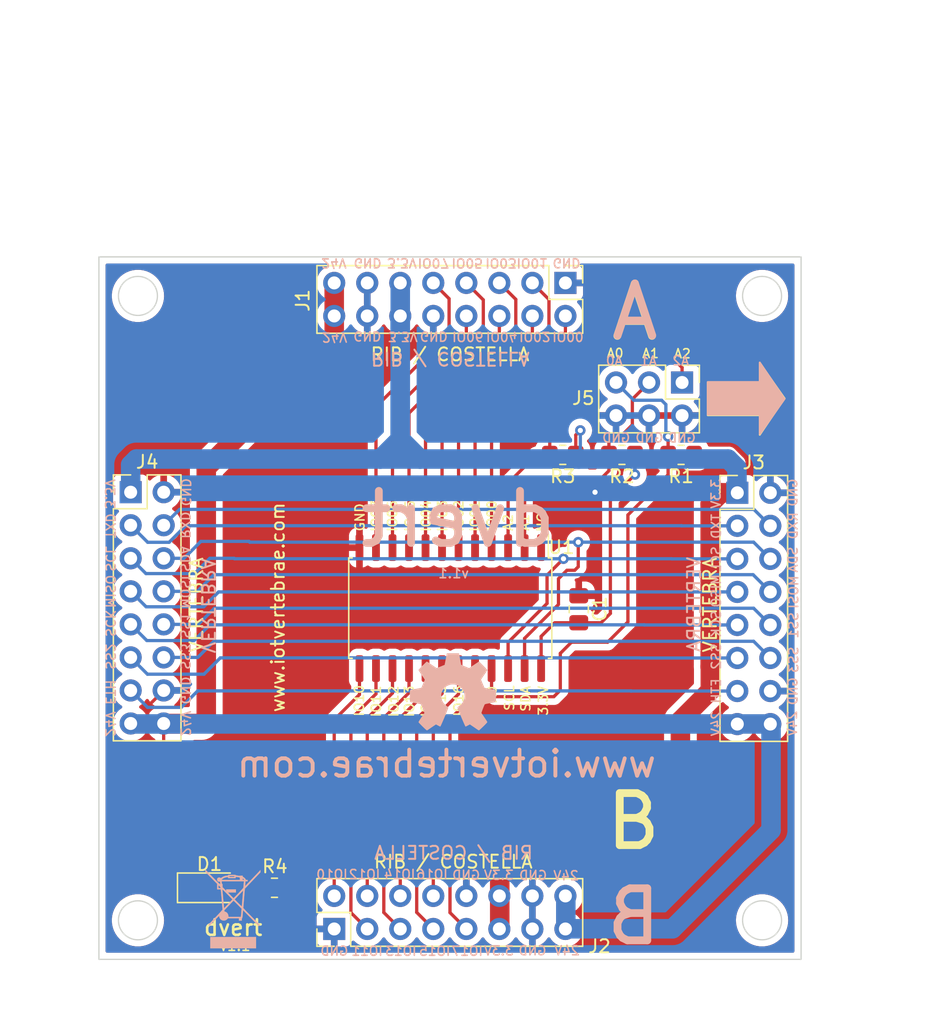
<source format=kicad_pcb>
(kicad_pcb (version 20211014) (generator pcbnew)
  (title_block (title "dvert") (date "2023-04-06") (rev "1.1") (company "www.iotvertebrae.com") (comment 1 "Mechanical design: Xavier Pi") (comment 2 "Circuit & PCB design: Jordi Binefa"))
  (layers (0 "F.Cu" signal) (31 "B.Cu" signal) (34 "B.Paste" user) (35 "F.Paste" user) (36 "B.SilkS" user "B.Silkscreen") (37 "F.SilkS" user "F.Silkscreen") (38 "B.Mask" user) (39 "F.Mask" user) (44 "Edge.Cuts" user))
  (net 0 "")
  (net 1 "+3.3V")
  (net 2 "GND")
  (net 3 "/IO0_0")
  (net 4 "/IO0_1")
  (net 5 "/IO0_2")
  (net 6 "/IO0_3")
  (net 7 "/IO0_4")
  (net 8 "/IO0_5")
  (net 9 "/IO0_6")
  (net 10 "/IO0_7")
  (net 11 "+24V")
  (net 12 "/IO1_0")
  (net 13 "/IO1_1")
  (net 14 "/IO1_2")
  (net 15 "/IO1_3")
  (net 16 "/IO1_4")
  (net 17 "/IO1_5")
  (net 18 "/IO1_6")
  (net 19 "/IO1_7")
  (net 20 "/TXD")
  (net 21 "/RXD")
  (net 22 "/SCL")
  (net 23 "/SDA")
  (net 24 "/MISO")
  (net 25 "/MOSI")
  (net 26 "/SCK")
  (net 27 "/SSEL1")
  (net 28 "/SSEL2")
  (net 29 "/SSEL3")
  (net 30 "Earth")
  (net 31 "Net-(J5-Pad5)")
  (net 32 "Net-(J5-Pad3)")
  (net 33 "Net-(J5-Pad1)")
  (net 35 "Net-(D1-Pad2)")
  (footprint "Connector_PinHeader_2.54mm:PinHeader_2x08_P2.54mm_Vertical" (layer "F.Cu") (at 169.0725 91.865)
    (fp_text reference "J3")
    (fp_text value "Conn_02x08_Odd_Even")
  )
  (footprint "Resistor_SMD:R_0805_2012Metric_Pad1.20x1.40mm_HandSolder" (layer "F.Cu") (at 160.2 88.95 180)
    (fp_text reference "R2")
    (fp_text value "10K")
  )
  (footprint "Package_SO:SOIC-24W_7.5x15.4mm_P1.27mm" (layer "F.Cu") (at 147 100.73 -90)
    (fp_text reference "U1")
    (fp_text value "PCA9555D")
  )
  (footprint "Connector_PinHeader_2.54mm:PinHeader_2x08_P2.54mm_Vertical" (layer "F.Cu") (at 122.4175 91.82)
    (fp_text reference "J4")
    (fp_text value "Conn_02x08_Odd_Even")
  )
  (footprint "Resistor_SMD:R_0805_2012Metric_Pad1.20x1.40mm_HandSolder" (layer "F.Cu") (at 155.65 88.95 180)
    (fp_text reference "R3")
    (fp_text value "10K")
  )
  (footprint "Resistor_SMD:R_0805_2012Metric_Pad1.20x1.40mm_HandSolder" (layer "F.Cu") (at 133.4775 122.23 180)
    (fp_text reference "R4")
    (fp_text value "4K7")
  )
  (footprint "Resistor_SMD:R_0805_2012Metric_Pad1.20x1.40mm_HandSolder" (layer "F.Cu") (at 164.75 88.95 180)
    (fp_text reference "R1")
    (fp_text value "10K")
  )
  (footprint "Connector_PinHeader_2.54mm:PinHeader_2x03_P2.54mm_Vertical" (layer "F.Cu") (at 164.825 83.385 -90)
    (fp_text reference "J5")
    (fp_text value "Conn_02x03_Odd_Even")
  )
  (footprint "Connector_PinHeader_2.54mm:PinHeader_2x08_P2.54mm_Vertical" (layer "F.Cu") (at 155.8525 75.73 -90)
    (fp_text reference "J1")
    (fp_text value "Conn_02x08_Odd_Even")
  )
  (footprint "Connector_PinHeader_2.54mm:PinHeader_2x08_P2.54mm_Vertical" (layer "F.Cu") (at 138.0725 125.395 90)
    (fp_text reference "J2")
    (fp_text value "Conn_02x08_Odd_Even")
  )
  (footprint "LED_SMD:LED_1206_3216Metric_Pad1.42x1.75mm_HandSolder" (layer "F.Cu") (at 128.4775 122.23)
    (fp_text reference "D1")
    (fp_text value "GREEN_LED")
  )
  (footprint "Capacitor_SMD:C_0805_2012Metric_Pad1.18x1.45mm_HandSolder" (layer "F.Cu") (at 156.88 100.8175 90)
    (fp_text reference "C1")
    (fp_text value "100nF")
  )
  (footprint "Symbol:OSHW-Symbol_6.7x6mm_SilkScreen" (layer "B.Cu") (at 147.21 107.18 180)
    (fp_text reference "REF**" hide)
    (fp_text value "OSHW-Symbol_6.7x6mm_SilkScreen" hide)
  )
  (footprint "Symbol:WEEE-Logo_4.2x6mm_SilkScreen" (layer "B.Cu") (at 130.29 123.86 180)
    (fp_text reference "REF**" hide)
    (fp_text value "WEEE-Logo_4.2x6mm_SilkScreen" hide)
  )
  (gr_poly (pts (xy 172.7 84.65) (xy 170.8 81.85) (xy 170.8 83.35) (xy 166.8 83.35) (xy 166.8 85.85) (xy 170.8 85.85) (xy 170.8 87.35)) (layer "B.SilkS") (width 0.15) (fill solid))
  (gr_poly (pts (xy 172.7 84.6) (xy 170.8 87.4) (xy 170.8 85.9) (xy 166.8 85.9) (xy 166.8 83.4) (xy 170.8 83.4) (xy 170.8 81.9)) (layer "F.SilkS") (width 0.15) (fill solid))
  (gr_circle (center 170.9775 124.73) (end 169.4775 124.73) (layer "Edge.Cuts") (width 0.1) (fill none))
  (gr_circle (center 122.9775 76.73) (end 124.4775 76.73) (layer "Edge.Cuts") (width 0.1) (fill none))
  (gr_circle (center 122.9775 124.73) (end 121.4775 124.73) (layer "Edge.Cuts") (width 0.1) (fill none))
  (gr_circle (center 170.9775 76.73) (end 172.4775 76.73) (layer "Edge.Cuts") (width 0.1) (fill none))
  (gr_rect (start 119.9775 127.73) (end 173.9775 73.73) (layer "Edge.Cuts") (width 0.1) (fill none))
  (gr_text "3.3V" (at 120.81 91.96 270) (layer "B.SilkS") (effects (font (size 0.7 0.7) (thickness 0.12)) (justify mirror)))
  (gr_text "24V" (at 138.1 79.9 180) (layer "B.SilkS") (effects (font (size 0.7 0.7) (thickness 0.12)) (justify mirror)))
  (gr_text "A1" (at 162.24 81.73) (layer "B.SilkS") (effects (font (size 0.7 0.7) (thickness 0.12)) (justify mirror)))
  (gr_text "TXD" (at 120.85 94.4 270) (layer "B.SilkS") (effects (font (size 0.7 0.7) (thickness 0.12)) (justify mirror)))
  (gr_text "MISO" (at 120.85 99.45 270) (layer "B.SilkS") (effects (font (size 0.7 0.7) (thickness 0.12)) (justify mirror)))
  (gr_text "SDA" (at 126.6 96.95 270) (layer "B.SilkS") (effects (font (size 0.7 0.7) (thickness 0.12)) (justify mirror)))
  (gr_text "SCL" (at 120.85 96.95 270) (layer "B.SilkS") (effects (font (size 0.7 0.7) (thickness 0.12)) (justify mirror)))
  (gr_text "VERTEBRA" (at 165.75 100.45 90) (layer "B.SilkS") (effects (font (size 1 1)) (justify mirror)))
  (gr_text "GND" (at 126.62 107.06 270) (layer "B.SilkS") (effects (font (size 0.7 0.7) (thickness 0.12)) (justify mirror)))
  (gr_text "GND" (at 138.08 127.09) (layer "B.SilkS") (effects (font (size 0.7 0.7) (thickness 0.12)) (justify mirror)))
  (gr_text "IO06" (at 148.35 79.85 180) (layer "B.SilkS") (effects (font (size 0.7 0.7) (thickness 0.12)) (justify mirror)))
  (gr_text "A0" (at 159.61 81.71) (layer "B.SilkS") (effects (font (size 0.7 0.7) (thickness 0.12)) (justify mirror)))
  (gr_text "24V" (at 173.3 109.6 90) (layer "B.SilkS") (effects (font (size 0.7 0.7) (thickness 0.12)) (justify mirror)))
  (gr_text "24V" (at 155.97 127.06) (layer "B.SilkS") (effects (font (size 0.7 0.7) (thickness 0.12)) (justify mirror)))
  (gr_text "RIB / COSTELLA" (at 147 81.55 180) (layer "B.SilkS") (effects (font (size 1 1)) (justify mirror)))
  (gr_text "GND" (at 159.76 87.64) (layer "B.SilkS") (effects (font (size 0.7 0.7) (thickness 0.12)) (justify mirror)))
  (gr_text "A" (at 161.2 77.95) (layer "B.SilkS") (effects (font (size 4 4) (thickness 0.6)) (justify mirror)))
  (gr_text "SDA" (at 173.35 97 90) (layer "B.SilkS") (effects (font (size 0.7 0.7) (thickness 0.12)) (justify mirror)))
  (gr_text "MOSI" (at 126.6 99.5 270) (layer "B.SilkS") (effects (font (size 0.7 0.7) (thickness 0.12)) (justify mirror)))
  (gr_text "IO05" (at 148.3 74.2 180) (layer "B.SilkS") (effects (font (size 0.7 0.7) (thickness 0.12)) (justify mirror)))
  (gr_text "IO03" (at 150.9 74.2 180) (layer "B.SilkS") (effects (font (size 0.7 0.7) (thickness 0.12)) (justify mirror)))
  (gr_text "MISO" (at 167.45 99.4 90) (layer "B.SilkS") (effects (font (size 0.7 0.7) (thickness 0.12)) (justify mirror)))
  (gr_text "SS3" (at 126.6 104.45 270) (layer "B.SilkS") (effects (font (size 0.7 0.7) (thickness 0.12)) (justify mirror)))
  (gr_text "IO16" (at 145.6 121.2) (layer "B.SilkS") (effects (font (size 0.7 0.7) (thickness 0.12)) (justify mirror)))
  (gr_text "SS1" (at 126.6 102.05 270) (layer "B.SilkS") (effects (font (size 0.7 0.7) (thickness 0.12)) (justify mirror)))
  (gr_text "IO00" (at 156.05 79.85 180) (layer "B.SilkS") (effects (font (size 0.7 0.7) (thickness 0.12)) (justify mirror)))
  (gr_text "IO12" (at 140.4 121.2) (layer "B.SilkS") (effects (font (size 0.7 0.7) (thickness 0.12)) (justify mirror)))
  (gr_text "24V" (at 120.83 109.65 270) (layer "B.SilkS") (effects (font (size 0.7 0.7) (thickness 0.12)) (justify mirror)))
  (gr_text "GND" (at 126.65 91.82 270) (layer "B.SilkS") (effects (font (size 0.7 0.7) (thickness 0.12)) (justify mirror)))
  (gr_text "SS2" (at 120.85 104.45 270) (layer "B.SilkS") (effects (font (size 0.7 0.7) (thickness 0.12)) (justify mirror)))
  (gr_text "www.iotvertebrae.com" (at 146.7 112.7) (layer "B.SilkS") (effects (font (size 2 2) (thickness 0.3)) (justify mirror)))
  (gr_text "RXD" (at 126.6 94.35 270) (layer "B.SilkS") (effects (font (size 0.7 0.7) (thickness 0.12)) (justify mirror)))
  (gr_text "IO07" (at 145.7 74.2 180) (layer "B.SilkS") (effects (font (size 0.7 0.7) (thickness 0.12)) (justify mirror)))
  (gr_text "MOSI" (at 173.4 99.5 90) (layer "B.SilkS") (effects (font (size 0.7 0.7) (thickness 0.12)) (justify mirror)))
  (gr_text "GND" (at 153.37 121.28) (layer "B.SilkS") (effects (font (size 0.7 0.7) (thickness 0.12)) (justify mirror)))
  (gr_text "SS1" (at 173.4 102.05 90) (layer "B.SilkS") (effects (font (size 0.7 0.7) (thickness 0.12)) (justify mirror)))
  (gr_text "IO10" (at 137.9 121.2) (layer "B.SilkS") (effects (font (size 0.7 0.7) (thickness 0.12)) (justify mirror)))
  (gr_text "GND" (at 140.64 74.19 180) (layer "B.SilkS") (effects (font (size 0.7 0.7) (thickness 0.12)) (justify mirror)))
  (gr_text "SS2" (at 167.45 104.45 90) (layer "B.SilkS") (effects (font (size 0.7 0.7) (thickness 0.12)) (justify mirror)))
  (gr_text "GND" (at 145.73 79.83 180) (layer "B.SilkS") (effects (font (size 0.7 0.7) (thickness 0.12)) (justify mirror)))
  (gr_text "IO02" (at 153.5 79.85 180) (layer "B.SilkS") (effects (font (size 0.7 0.7) (thickness 0.12)) (justify mirror)))
  (gr_text "GND" (at 164.81 87.64) (layer "B.SilkS") (effects (font (size 0.7 0.7) (thickness 0.12)) (justify mirror)))
  (gr_text "IO15" (at 145.8 127.1) (layer "B.SilkS") (effects (font (size 0.7 0.7) (thickness 0.12)) (justify mirror)))
  (gr_text "SS3" (at 173.4 104.7 90) (layer "B.SilkS") (effects (font (size 0.7 0.7) (thickness 0.12)) (justify mirror)))
  (gr_text "B" (at 161.1 124.45) (layer "B.SilkS") (effects (font (size 4 4) (thickness 0.6)) (justify mirror)))
  (gr_text "24V" (at 138.05 74.2 180) (layer "B.SilkS") (effects (font (size 0.7 0.7) (thickness 0.12)) (justify mirror)))
  (gr_text "GND" (at 155.94 74.19 180) (layer "B.SilkS") (effects (font (size 0.7 0.7) (thickness 0.12)) (justify mirror)))
  (gr_text "SCK" (at 167.45 101.95 90) (layer "B.SilkS") (effects (font (size 0.7 0.7) (thickness 0.12)) (justify mirror)))
  (gr_text "GND" (at 173.34 107.12 90) (layer "B.SilkS") (effects (font (size 0.7 0.7) (thickness 0.12)) (justify mirror)))
  (gr_text "ETH" (at 167.45 107.1 90) (layer "B.SilkS") (effects (font (size 0.7 0.7) (thickness 0.12)) (justify mirror)))
  (gr_text "IO01" (at 153.3 74.2 180) (layer "B.SilkS") (effects (font (size 0.7 0.7) (thickness 0.12)) (justify mirror)))
  (gr_text "24V" (at 126.63 109.6 270) (layer "B.SilkS") (effects (font (size 0.7 0.7) (thickness 0.12)) (justify mirror)))
  (gr_text "IO13" (at 143.2 127.1) (layer "B.SilkS") (effects (font (size 0.7 0.7) (thickness 0.12)) (justify mirror)))
  (gr_text "SCK" (at 120.85 101.9 270) (layer "B.SilkS") (effects (font (size 0.7 0.7) (thickness 0.12)) (justify mirror)))
  (gr_text "3.3V" (at 150.73 121.26) (layer "B.SilkS") (effects (font (size 0.7 0.7) (thickness 0.12)) (justify mirror)))
  (gr_text "GND" (at 140.62 79.81 180) (layer "B.SilkS") (effects (font (size 0.7 0.7) (thickness 0.12)) (justify mirror)))
  (gr_text "IO04" (at 150.95 79.85 180) (layer "B.SilkS") (effects (font (size 0.7 0.7) (thickness 0.12)) (justify mirror)))
  (gr_text "24V" (at 155.9 121.3) (layer "B.SilkS") (effects (font (size 0.7 0.7) (thickness 0.12)) (justify mirror)))
  (gr_text "IO17" (at 148.3 127.1) (layer "B.SilkS") (effects (font (size 0.7 0.7) (thickness 0.12)) (justify mirror)))
  (gr_text "RXD" (at 173.35 94.4 90) (layer "B.SilkS") (effects (font (size 0.7 0.7) (thickness 0.12)) (justify mirror)))
  (gr_text "SCL" (at 167.45 96.95 90) (layer "B.SilkS") (effects (font (size 0.7 0.7) (thickness 0.12)) (justify mirror)))
  (gr_text "GND" (at 153.32 127.06) (layer "B.SilkS") (effects (font (size 0.7 0.7) (thickness 0.12)) (justify mirror)))
  (gr_text "3.3V" (at 167.43 91.94 90) (layer "B.SilkS") (effects (font (size 0.7 0.7) (thickness 0.12)) (justify mirror)))
  (gr_text "24V" (at 167.45 109.6 90) (layer "B.SilkS") (effects (font (size 0.7 0.7) (thickness 0.12)) (justify mirror)))
  (gr_text "GND" (at 173.33 91.85 90) (layer "B.SilkS") (effects (font (size 0.7 0.7) (thickness 0.12)) (justify mirror)))
  (gr_text "IO14" (at 143.1 121.2) (layer "B.SilkS") (effects (font (size 0.7 0.7) (thickness 0.12)) (justify mirror)))
  (gr_text "3.3V" (at 143.28 74.19 180) (layer "B.SilkS") (effects (font (size 0.7 0.7) (thickness 0.12)) (justify mirror)))
  (gr_text "VERTEBRA" (at 128.35 100.55 -90) (layer "B.SilkS") (effects (font (size 1 1)) (justify mirror)))
  (gr_text "GND" (at 148.22 121.26) (layer "B.SilkS") (effects (font (size 0.7 0.7) (thickness 0.12)) (justify mirror)))
  (gr_text "RIB / COSTELLA" (at 147.25 119.55) (layer "B.SilkS") (effects (font (size 1 1)) (justify mirror)))
  (gr_text "IO11" (at 140.6 127.1) (layer "B.SilkS") (effects (font (size 0.7 0.7) (thickness 0.12)) (justify mirror)))
  (gr_text "dvert" (at 147.6 93.9) (layer "B.SilkS") (effects (font (size 4 4) (thickness 0.6)) (justify mirror)))
  (gr_text "ETH" (at 120.85 107.2 270) (layer "B.SilkS") (effects (font (size 0.7 0.7) (thickness 0.12)) (justify mirror)))
  (gr_text "3.3V" (at 143.35 79.85 180) (layer "B.SilkS") (effects (font (size 0.7 0.7) (thickness 0.12)) (justify mirror)))
  (gr_text "v1.1" (at 147.25 98.05) (layer "B.SilkS") (effects (font (size 0.75 0.75) (thickness 0.12)) (justify mirror)))
  (gr_text "3.3V" (at 150.73 127.07) (layer "B.SilkS") (effects (font (size 0.7 0.7) (thickness 0.12)) (justify mirror)))
  (gr_text "TXD" (at 167.45 94.45 90) (layer "B.SilkS") (effects (font (size 0.7 0.7) (thickness 0.12)) (justify mirror)))
  (gr_text "A2" (at 164.72 81.71) (layer "B.SilkS") (effects (font (size 0.7 0.7) (thickness 0.12)) (justify mirror)))
  (gr_text "GND" (at 162.31 87.64) (layer "B.SilkS") (effects (font (size 0.7 0.7) (thickness 0.12)) (justify mirror)))
  (gr_text "IO11" (at 141.3 107.9 90) (layer "F.SilkS") (effects (font (size 0.7 0.7) (thickness 0.12))))
  (gr_text "IO16" (at 147.65 107.85 90) (layer "F.SilkS") (effects (font (size 0.7 0.7) (thickness 0.12))))
  (gr_text "RIB / COSTELLA" (at 146.9775 81.23) (layer "F.SilkS") (effects (font (size 1 1))))
  (gr_text "A2" (at 164.85 81.17) (layer "F.SilkS") (effects (font (size 0.7 0.7) (thickness 0.12))))
  (gr_text "A0" (at 159.68 81.14) (layer "F.SilkS") (effects (font (size 0.7 0.7) (thickness 0.12))))
  (gr_text "IO02" (at 147.65 93.65 90) (layer "F.SilkS") (effects (font (size 0.7 0.7) (thickness 0.12))))
  (gr_text "IO04" (at 145.15 93.65 90) (layer "F.SilkS") (effects (font (size 0.7 0.7) (thickness 0.12))))
  (gr_text "dvert" (at 130.3 125.3) (layer "F.SilkS") (effects (font (size 1.2 1.2) (thickness 0.2))))
  (gr_text "SDA" (at 152.8 107.7 90) (layer "F.SilkS") (effects (font (size 0.7 0.7) (thickness 0.12))))
  (gr_text "www.iotvertebrae.com" (at 133.74 100.67 90) (layer "F.SilkS") (effects (font (size 1 1))))
  (gr_text "NC" (at 154.05 94.15 90) (layer "F.SilkS") (effects (font (size 0.7 0.7) (thickness 0.12))))
  (gr_text "IO05" (at 143.9 93.65 90) (layer "F.SilkS") (effects (font (size 0.7 0.7) (thickness 0.12))))
  (gr_text "IO03" (at 146.4 93.65 90) (layer "F.SilkS") (effects (font (size 0.7 0.7) (thickness 0.12))))
  (gr_text "VERTEBRA" (at 127.4775 100.48 90) (layer "F.SilkS") (effects (font (size 1 1))))
  (gr_text "IO10" (at 140 107.85 90) (layer "F.SilkS") (effects (font (size 0.7 0.7) (thickness 0.12))))
  (gr_text "v1.1" (at 130.45 126.7) (layer "F.SilkS") (effects (font (size 0.75 0.75) (thickness 0.12))))
  (gr_text "IO07" (at 141.3 93.65 90) (layer "F.SilkS") (effects (font (size 0.7 0.7) (thickness 0.12))))
  (gr_text "A2" (at 151.45 94.15 90) (layer "F.SilkS") (effects (font (size 0.7 0.7) (thickness 0.12))))
  (gr_text "IO01" (at 148.9 93.65 90) (layer "F.SilkS") (effects (font (size 0.7 0.7) (thickness 0.12))))
  (gr_text "IO13" (at 143.85 107.9 90) (layer "F.SilkS") (effects (font (size 0.7 0.7) (thickness 0.12))))
  (gr_text "A" (at 161.18 77.98) (layer "F.SilkS") (effects (font (size 4 4) (thickness 0.6))))
  (gr_text "IO06" (at 142.55 93.65 90) (layer "F.SilkS") (effects (font (size 0.7 0.7) (thickness 0.12))))
  (gr_text "IO14" (at 145.15 107.9 90) (layer "F.SilkS") (effects (font (size 0.7 0.7) (thickness 0.12))))
  (gr_text "IO17" (at 148.9 107.85 90) (layer "F.SilkS") (effects (font (size 0.7 0.7) (thickness 0.12))))
  (gr_text "RIB / COSTELLA" (at 147.2275 120.23) (layer "F.SilkS") (effects (font (size 1 1))))
  (gr_text "IO12" (at 142.65 107.9 90) (layer "F.SilkS") (effects (font (size 0.7 0.7) (thickness 0.12))))
  (gr_text "GND" (at 140.05 93.75 90) (layer "F.SilkS") (effects (font (size 0.7 0.7) (thickness 0.12))))
  (gr_text "B" (at 161.08 117.13) (layer "F.SilkS") (effects (font (size 4 4) (thickness 0.6))))
  (gr_text "IO00" (at 150.2 93.65 90) (layer "F.SilkS") (effects (font (size 0.7 0.7) (thickness 0.12))))
  (gr_text "A1" (at 162.4 81.15) (layer "F.SilkS") (effects (font (size 0.7 0.7) (thickness 0.12))))
  (gr_text "VERTEBRA" (at 166.9775 100.48 90) (layer "F.SilkS") (effects (font (size 1 1))))
  (gr_text "IO15" (at 146.3 107.85 90) (layer "F.SilkS") (effects (font (size 0.7 0.7) (thickness 0.12))))
  (gr_text "A0" (at 150.2 107.35 90) (layer "F.SilkS") (effects (font (size 0.7 0.7) (thickness 0.12))))
  (gr_text "3.3V" (at 154.15 107.85 90) (layer "F.SilkS") (effects (font (size 0.7 0.7) (thickness 0.12))))
  (gr_text "SCL" (at 151.55 107.65 90) (layer "F.SilkS") (effects (font (size 0.7 0.7) (thickness 0.12))))
  (gr_text "A1" (at 152.7 94.15 90) (layer "F.SilkS") (effects (font (size 0.7 0.7) (thickness 0.12))))
  (segment (start 165.75 88.95) (end 168.42 88.95) (width 0.25) (layer "F.Cu") (net 1))
  (segment (start 166.9875 105.23) (end 166.9875 92.71) (width 1.5) (layer "F.Cu") (net 1))
  (segment (start 156.65 88.95) (end 156.65 87.42) (width 0.25) (layer "F.Cu") (net 1))
  (segment (start 161.2 88.95) (end 161.2 90.46) (width 0.25) (layer "F.Cu") (net 1))
  (segment (start 164.6975 112.96) (end 164.6975 109.37) (width 1.5) (layer "F.Cu") (net 1))
  (segment (start 150.8025 122.84) (end 150.8025 119.935) (width 1.5) (layer "F.Cu") (net 1))
  (segment (start 150.8025 125.38) (end 150.8025 122.84) (width 1.5) (layer "F.Cu") (net 1))
  (segment (start 166.9975 107.07) (end 164.6975 109.37) (width 1.5) (layer "F.Cu") (net 1))
  (segment (start 156.88 101.855) (end 158.595 101.855) (width 0.25) (layer "F.Cu") (net 1))
  (segment (start 166.9975 105.24) (end 166.9975 107.07) (width 1.5) (layer "F.Cu") (net 1))
  (segment (start 166.9875 105.23) (end 166.9975 105.24) (width 1.5) (layer "F.Cu") (net 1))
  (segment (start 160.0775 117.58) (end 164.6975 112.96) (width 1.5) (layer "F.Cu") (net 1))
  (segment (start 159.31 101.14) (end 159.31 92.35) (width 0.25) (layer "F.Cu") (net 1))
  (segment (start 150.8025 119.935) (end 151.7925 118.945) (width 1.5) (layer "F.Cu") (net 1))
  (segment (start 169.0725 91.865) (end 167.8325 91.865) (width 1.5) (layer "F.Cu") (net 1))
  (segment (start 151.7925 118.945) (end 153.1575 117.58) (width 1.5) (layer "F.Cu") (net 1))
  (segment (start 153.985 105.38) (end 153.985 102.905) (width 0.25) (layer "F.Cu") (net 1))
  (segment (start 155.035 101.855) (end 156.88 101.855) (width 0.25) (layer "F.Cu") (net 1))
  (segment (start 153.1575 117.58) (end 160.0775 117.58) (width 1.5) (layer "F.Cu") (net 1))
  (segment (start 167.8325 91.865) (end 166.9875 92.71) (width 1.5) (layer "F.Cu") (net 1))
  (segment (start 158.595 101.855) (end 159.31 101.14) (width 0.25) (layer "F.Cu") (net 1))
  (segment (start 156.65 87.42) (end 157 87.07) (width 0.25) (layer "F.Cu") (net 1))
  (segment (start 168.42 88.95) (end 169.0725 89.6025) (width 0.25) (layer "F.Cu") (net 1))
  (segment (start 159.31 92.35) (end 161.2 90.46) (width 0.25) (layer "F.Cu") (net 1))
  (segment (start 169.0725 89.6025) (end 169.0725 91.865) (width 0.25) (layer "F.Cu") (net 1))
  (segment (start 153.985 102.905) (end 155.035 101.855) (width 0.25) (layer "F.Cu") (net 1))
  (via (at 161.2 90.46) (size 0.8) (drill 0.4) (layers "F.Cu" "B.Cu") (net 1))
  (via (at 157 87.07) (size 0.8) (drill 0.4) (layers "F.Cu" "B.Cu") (net 1))
  (segment (start 161.19 89.27) (end 168.3575 89.27) (width 1.5) (layer "B.Cu") (net 1))
  (segment (start 122.8575 89.27) (end 141.6175 89.27) (width 1.5) (layer "B.Cu") (net 1))
  (segment (start 143.1525 78.27) (end 143.1525 87.735) (width 1.5) (layer "B.Cu") (net 1))
  (segment (start 122.4175 89.71) (end 122.8575 89.27) (width 1.5) (layer "B.Cu") (net 1))
  (segment (start 161.2 90.46) (end 161.2 89.28) (width 0.25) (layer "B.Cu") (net 1))
  (segment (start 157 89.16) (end 156.89 89.27) (width 0.25) (layer "B.Cu") (net 1))
  (segment (start 157 87.07) (end 157 89.16) (width 0.25) (layer "B.Cu") (net 1))
  (segment (start 143.1525 87.735) (end 141.6175 89.27) (width 1.5) (layer "B.Cu") (net 1))
  (segment (start 161.2 89.28) (end 161.19 89.27) (width 0.25) (layer "B.Cu") (net 1))
  (segment (start 168.3575 89.27) (end 169.0475 89.96) (width 1.5) (layer "B.Cu") (net 1))
  (segment (start 143.1525 78.27) (end 143.1525 87.745) (width 1.5) (layer "B.Cu") (net 1))
  (segment (start 169.0475 89.96) (end 169.0475 91.84) (width 1.5) (layer "B.Cu") (net 1))
  (segment (start 143.1525 76.08) (end 143.1525 78.62) (width 1.5) (layer "B.Cu") (net 1))
  (segment (start 144.6775 89.27) (end 156.89 89.27) (width 1.5) (layer "B.Cu") (net 1))
  (segment (start 122.4175 91.82) (end 122.4175 89.71) (width 1.5) (layer "B.Cu") (net 1))
  (segment (start 156.89 89.27) (end 161.19 89.27) (width 1.5) (layer "B.Cu") (net 1))
  (segment (start 141.6175 89.27) (end 144.6775 89.27) (width 1.5) (layer "B.Cu") (net 1))
  (segment (start 143.1525 87.745) (end 144.6775 89.27) (width 1.5) (layer "B.Cu") (net 1))
  (segment (start 169.0475 91.84) (end 169.0725 91.865) (width 1.5) (layer "B.Cu") (net 1))
  (segment (start 124.9575 107.06) (end 123.7275 108.29) (width 0.25) (layer "F.Cu") (net 2))
  (segment (start 126.99 116.8225) (end 125.9375 115.77) (width 0.25) (layer "F.Cu") (net 2))
  (segment (start 123.7275 108.29) (end 123.7275 113.56) (width 0.25) (layer "F.Cu") (net 2))
  (segment (start 126.99 122.23) (end 126.99 116.8225) (width 0.25) (layer "F.Cu") (net 2))
  (segment (start 156.88 98.61) (end 158.13 97.36) (width 0.25) (layer "F.Cu") (net 2))
  (segment (start 156.88 99.78) (end 156.88 98.61) (width 0.25) (layer "F.Cu") (net 2))
  (segment (start 158.13 97.36) (end 158.13 91.82) (width 0.25) (layer "F.Cu") (net 2))
  (segment (start 140.6125 78.62) (end 140.6375 78.62) (width 0.25) (layer "F.Cu") (net 2))
  (segment (start 123.7275 113.56) (end 125.9375 115.77) (width 0.25) (layer "F.Cu") (net 2))
  (segment (start 138.3075 125.38) (end 138.1025 125.38) (width 0.25) (layer "F.Cu") (net 2))
  (via (at 158.13 91.82) (size 0.8) (drill 0.4) (layers "F.Cu" "B.Cu") (net 2))
  (segment (start 171.6675 91.855) (end 171.5825 91.855) (width 0.25) (layer "B.Cu") (net 2))
  (segment (start 150.175 96.08) (end 150.175 86.5325) (width 0.25) (layer "F.Cu") (net 3))
  (segment (start 150.175 86.5325) (end 155.8525 80.855) (width 0.25) (layer "F.Cu") (net 3))
  (segment (start 155.8525 78.27) (end 155.8525 80.855) (width 0.25) (layer "F.Cu") (net 3))
  (segment (start 154.5875 77.005) (end 154.5875 80.94) (width 0.25) (layer "F.Cu") (net 4))
  (segment (start 153.3125 75.73) (end 154.5875 77.005) (width 0.25) (layer "F.Cu") (net 4))
  (segment (start 148.905 86.6225) (end 154.5875 80.94) (width 0.25) (layer "F.Cu") (net 4))
  (segment (start 148.905 96.08) (end 148.905 86.6225) (width 0.25) (layer "F.Cu") (net 4))
  (segment (start 153.3125 78.27) (end 153.3125 80.815) (width 0.25) (layer "F.Cu") (net 5))
  (segment (start 147.635 86.4925) (end 153.3125 80.815) (width 0.25) (layer "F.Cu") (net 5))
  (segment (start 147.635 96.08) (end 147.635 86.4925) (width 0.25) (layer "F.Cu") (net 5))
  (segment (start 152.0375 76.995) (end 152.0375 80.55) (width 0.25) (layer "F.Cu") (net 6))
  (segment (start 146.365 96.08) (end 146.365 86.2225) (width 0.25) (layer "F.Cu") (net 6))
  (segment (start 150.7725 75.73) (end 152.0375 76.995) (width 0.25) (layer "F.Cu") (net 6))
  (segment (start 146.365 86.2225) (end 152.0375 80.55) (width 0.25) (layer "F.Cu") (net 6))
  (segment (start 145.095 86.0125) (end 150.7725 80.335) (width 0.25) (layer "F.Cu") (net 7))
  (segment (start 150.7725 78.27) (end 150.7725 80.335) (width 0.25) (layer "F.Cu") (net 7))
  (segment (start 145.095 96.08) (end 145.095 86.0125) (width 0.25) (layer "F.Cu") (net 7))
  (segment (start 148.2325 75.73) (end 149.5375 77.035) (width 0.25) (layer "F.Cu") (net 8))
  (segment (start 143.825 85.735) (end 149.5375 80.0225) (width 0.25) (layer "F.Cu") (net 8))
  (segment (start 149.5375 77.035) (end 149.5375 80.0225) (width 0.25) (layer "F.Cu") (net 8))
  (segment (start 143.825 96.08) (end 143.825 85.735) (width 0.25) (layer "F.Cu") (net 8))
  (segment (start 142.555 96.08) (end 142.555 85.6025) (width 0.25) (layer "F.Cu") (net 9))
  (segment (start 142.555 85.6025) (end 148.2325 79.925) (width 0.25) (layer "F.Cu") (net 9))
  (segment (start 148.2325 78.27) (end 148.2325 79.925) (width 0.25) (layer "F.Cu") (net 9))
  (segment (start 141.285 96.08) (end 141.285 85.2525) (width 0.25) (layer "F.Cu") (net 10))
  (segment (start 141.285 85.2525) (end 146.9075 79.63) (width 0.25) (layer "F.Cu") (net 10))
  (segment (start 145.6925 75.73) (end 146.9075 76.945) (width 0.25) (layer "F.Cu") (net 10))
  (segment (start 146.9075 76.945) (end 146.9075 79.63) (width 0.25) (layer "F.Cu") (net 10))
  (segment (start 127.9775 116.23) (end 124.9575 113.21) (width 0.25) (layer "F.Cu") (net 11))
  (segment (start 124.9575 109.6) (end 127.8775 109.6) (width 1.5) (layer "F.Cu") (net 11))
  (segment (start 128.2325 109.245) (end 128.2325 89.955) (width 1.5) (layer "F.Cu") (net 11))
  (segment (start 138.0725 80.115) (end 138.0725 76.08) (width 1.5) (layer "F.Cu") (net 11))
  (segment (start 128.9775 120.23) (end 127.9775 119.23) (width 0.25) (layer "F.Cu") (net 11))
  (segment (start 128.2325 89.955) (end 138.0725 80.115) (width 1.5) (layer "F.Cu") (net 11))
  (segment (start 124.9575 113.21) (end 124.9575 109.6) (width 0.25) (layer "F.Cu") (net 11))
  (segment (start 126.8525 109.635) (end 126.8875 109.67) (width 1.5) (layer "F.Cu") (net 11))
  (segment (start 134.4775 121.23) (end 133.4775 120.23) (width 0.25) (layer "F.Cu") (net 11))
  (segment (start 134.4775 122.23) (end 134.4775 121.23) (width 0.25) (layer "F.Cu") (net 11))
  (segment (start 127.9775 119.23) (end 127.9775 116.23) (width 0.25) (layer "F.Cu") (net 11))
  (segment (start 127.8775 109.6) (end 128.2325 109.245) (width 1.5) (layer "F.Cu") (net 11))
  (segment (start 124.8675 109.635) (end 126.8525 109.635) (width 1.5) (layer "F.Cu") (net 11))
  (segment (start 133.4775 120.23) (end 128.9775 120.23) (width 0.25) (layer "F.Cu") (net 11))
  (segment (start 124.8675 109.635) (end 169.1275 109.635) (width 1.5) (layer "B.Cu") (net 11))
  (segment (start 155.8825 125.38) (end 164.0875 125.38) (width 1.5) (layer "B.Cu") (net 11))
  (segment (start 171.6675 109.635) (end 169.1275 109.635) (width 1.5) (layer "B.Cu") (net 11))
  (segment (start 171.6675 109.635) (end 171.6675 117.8) (width 1.5) (layer "B.Cu") (net 11))
  (segment (start 122.3275 109.635) (end 124.8675 109.635) (width 1.5) (layer "B.Cu") (net 11))
  (segment (start 155.8825 125.38) (end 155.8825 122.84) (width 1.5) (layer "B.Cu") (net 11))
  (segment (start 164.0875 125.38) (end 171.6675 117.8) (width 1.5) (layer "B.Cu") (net 11))
  (segment (start 138.0725 109.3175) (end 140.015 107.375) (width 0.25) (layer "F.Cu") (net 12))
  (segment (start 138.0725 122.855) (end 138.0725 109.3175) (width 0.25) (layer "F.Cu") (net 12))
  (segment (start 140.015 107.375) (end 140.015 105.38) (width 0.25) (layer "F.Cu") (net 12))
  (segment (start 140.6125 125.395) (end 139.3575 124.14) (width 0.25) (layer "F.Cu") (net 13))
  (segment (start 139.3575 109.2525) (end 141.285 107.325) (width 0.25) (layer "F.Cu") (net 13))
  (segment (start 139.3575 124.14) (end 139.3575 109.2525) (width 0.25) (layer "F.Cu") (net 13))
  (segment (start 141.285 107.325) (end 141.285 105.38) (width 0.25) (layer "F.Cu") (net 13))
  (segment (start 140.6125 109.1975) (end 142.555 107.255) (width 0.25) (layer "F.Cu") (net 14))
  (segment (start 142.555 107.255) (end 142.555 105.38) (width 0.25) (layer "F.Cu") (net 14))
  (segment (start 140.6125 122.855) (end 140.6125 109.1975) (width 0.25) (layer "F.Cu") (net 14))
  (segment (start 143.825 107.235) (end 143.825 105.38) (width 0.25) (layer "F.Cu") (net 15))
  (segment (start 141.8875 109.1725) (end 143.825 107.235) (width 0.25) (layer "F.Cu") (net 15))
  (segment (start 143.1525 125.395) (end 141.8875 124.13) (width 0.25) (layer "F.Cu") (net 15))
  (segment (start 141.8875 124.13) (end 141.8875 109.1725) (width 0.25) (layer "F.Cu") (net 15))
  (segment (start 145.095 107.225) (end 145.095 105.38) (width 0.25) (layer "F.Cu") (net 16))
  (segment (start 143.1525 109.1675) (end 145.095 107.225) (width 0.25) (layer "F.Cu") (net 16))
  (segment (start 143.1525 122.855) (end 143.1525 109.1675) (width 0.25) (layer "F.Cu") (net 16))
  (segment (start 145.6925 125.395) (end 144.4175 124.12) (width 0.25) (layer "F.Cu") (net 17))
  (segment (start 144.4175 124.12) (end 144.4175 109.2425) (width 0.25) (layer "F.Cu") (net 17))
  (segment (start 146.365 107.295) (end 146.365 105.38) (width 0.25) (layer "F.Cu") (net 17))
  (segment (start 144.4175 109.2425) (end 146.365 107.295) (width 0.25) (layer "F.Cu") (net 17))
  (segment (start 145.6925 122.855) (end 145.6925 109.2775) (width 0.25) (layer "F.Cu") (net 18))
  (segment (start 147.635 107.335) (end 147.635 105.38) (width 0.25) (layer "F.Cu") (net 18))
  (segment (start 145.6925 109.2775) (end 147.635 107.335) (width 0.25) (layer "F.Cu") (net 18))
  (segment (start 148.2325 125.395) (end 146.9775 124.14) (width 0.25) (layer "F.Cu") (net 19))
  (segment (start 148.905 107.345) (end 148.905 105.38) (width 0.25) (layer "F.Cu") (net 19))
  (segment (start 146.9775 124.14) (end 146.9775 109.2725) (width 0.25) (layer "F.Cu") (net 19))
  (segment (start 146.9775 109.2725) (end 148.905 107.345) (width 0.25) (layer "F.Cu") (net 19))
  (segment (start 126.6525 94.395) (end 164.7825 94.395) (width 0.25) (layer "B.Cu") (net 20))
  (segment (start 122.4175 94.36) (end 123.7275 95.67) (width 0.25) (layer "B.Cu") (net 20))
  (segment (start 164.7825 94.395) (end 164.7925 94.405) (width 0.25) (layer "B.Cu") (net 20))
  (segment (start 164.7925 94.405) (end 166.1625 94.405) (width 0.25) (layer "B.Cu") (net 20))
  (segment (start 123.7275 95.67) (end 125.3775 95.67) (width 0.25) (layer "B.Cu") (net 20))
  (segment (start 166.1625 94.405) (end 169.0725 94.405) (width 0.25) (layer "B.Cu") (net 20))
  (segment (start 125.3775 95.67) (end 126.6525 94.395) (width 0.25) (layer "B.Cu") (net 20))
  (segment (start 170.3475 93.14) (end 171.6125 94.405) (width 0.25) (layer "B.Cu") (net 21))
  (segment (start 126.1775 93.14) (end 170.3475 93.14) (width 0.25) (layer "B.Cu") (net 21))
  (segment (start 124.9575 94.36) (end 126.1775 93.14) (width 0.25) (layer "B.Cu") (net 21))
  (segment (start 151.445 103.365) (end 154.44 100.37) (width 0.25) (layer "F.Cu") (net 22))
  (segment (start 154.44 98.2) (end 155.705 96.935) (width 0.25) (layer "F.Cu") (net 22))
  (segment (start 154.44 100.37) (end 154.44 98.2) (width 0.25) (layer "F.Cu") (net 22))
  (segment (start 151.445 105.38) (end 151.445 103.365) (width 0.25) (layer "F.Cu") (net 22))
  (via (at 155.705 96.935) (size 0.8) (drill 0.4) (layers "F.Cu" "B.Cu") (net 22))
  (segment (start 155.705 96.935) (end 164.0225 96.935) (width 0.25) (layer "B.Cu") (net 22))
  (segment (start 130.3675 96.9) (end 130.4025 96.935) (width 0.25) (layer "B.Cu") (net 22))
  (segment (start 127.3325 98.075) (end 128.5075 96.9) (width 0.25) (layer "B.Cu") (net 22))
  (segment (start 122.4175 96.9) (end 123.5925 98.075) (width 0.25) (layer "B.Cu") (net 22))
  (segment (start 123.5925 98.075) (end 127.3325 98.075) (width 0.25) (layer "B.Cu") (net 22))
  (segment (start 164.0325 96.945) (end 164.0225 96.935) (width 0.25) (layer "B.Cu") (net 22))
  (segment (start 169.0725 96.945) (end 164.0325 96.945) (width 0.25) (layer "B.Cu") (net 22))
  (segment (start 128.5075 96.9) (end 130.3675 96.9) (width 0.25) (layer "B.Cu") (net 22))
  (segment (start 130.4025 96.935) (end 155.705 96.935) (width 0.25) (layer "B.Cu") (net 22))
  (segment (start 156.57 97.82) (end 156.84 97.55) (width 0.25) (layer "F.Cu") (net 23))
  (segment (start 155.32 100.45) (end 155.32 98.47) (width 0.25) (layer "F.Cu") (net 23))
  (segment (start 152.715 103.055) (end 155.32 100.45) (width 0.25) (layer "F.Cu") (net 23))
  (segment (start 156.84 97.55) (end 156.84 95.66) (width 0.25) (layer "F.Cu") (net 23))
  (segment (start 152.715 105.38) (end 152.715 103.055) (width 0.25) (layer "F.Cu") (net 23))
  (segment (start 155.32 98.47) (end 155.97 97.82) (width 0.25) (layer "F.Cu") (net 23))
  (segment (start 155.97 97.82) (end 156.57 97.82) (width 0.25) (layer "F.Cu") (net 23))
  (via (at 156.84 95.66) (size 0.8) (drill 0.4) (layers "F.Cu" "B.Cu") (net 23))
  (segment (start 131.5775 95.66) (end 131.5175 95.6) (width 0.25) (layer "B.Cu") (net 23))
  (segment (start 170.3275 95.66) (end 158.35 95.66) (width 0.25) (layer "B.Cu") (net 23))
  (segment (start 158.35 95.66) (end 156.84 95.66) (width 0.25) (layer "B.Cu") (net 23))
  (segment (start 126.5075 96.91) (end 126.4975 96.9) (width 0.25) (layer "B.Cu") (net 23))
  (segment (start 127.8175 95.6) (end 126.5075 96.91) (width 0.25) (layer "B.Cu") (net 23))
  (segment (start 156.84 95.66) (end 131.5775 95.66) (width 0.25) (layer "B.Cu") (net 23))
  (segment (start 126.4975 96.9) (end 124.9575 96.9) (width 0.25) (layer "B.Cu") (net 23))
  (segment (start 171.6125 96.945) (end 170.3275 95.66) (width 0.25) (layer "B.Cu") (net 23))
  (segment (start 131.5175 95.6) (end 127.8175 95.6) (width 0.25) (layer "B.Cu") (net 23))
  (segment (start 128.038222 100.629278) (end 129.1825 99.485) (width 0.25) (layer "B.Cu") (net 24))
  (segment (start 122.4175 99.44) (end 123.606778 100.629278) (width 0.25) (layer "B.Cu") (net 24))
  (segment (start 123.606778 100.629278) (end 128.038222 100.629278) (width 0.25) (layer "B.Cu") (net 24))
  (segment (start 129.1825 99.485) (end 169.0725 99.485) (width 0.25) (layer "B.Cu") (net 24))
  (segment (start 170.2875 98.16) (end 128.8275 98.16) (width 0.25) (layer "B.Cu") (net 25))
  (segment (start 127.5475 99.44) (end 124.9575 99.44) (width 0.25) (layer "B.Cu") (net 25))
  (segment (start 128.8275 98.16) (end 127.5475 99.44) (width 0.25) (layer "B.Cu") (net 25))
  (segment (start 171.6125 99.485) (end 170.2875 98.16) (width 0.25) (layer "B.Cu") (net 25))
  (segment (start 169.0725 102.025) (end 161.9225 102.025) (width 0.25) (layer "B.Cu") (net 26))
  (segment (start 123.6625 103.225) (end 127.2925 103.225) (width 0.25) (layer "B.Cu") (net 26))
  (segment (start 122.4175 101.98) (end 123.6625 103.225) (width 0.25) (layer "B.Cu") (net 26))
  (segment (start 161.9125 102.015) (end 128.5025 102.015) (width 0.25) (layer "B.Cu") (net 26))
  (segment (start 161.9225 102.025) (end 161.9125 102.015) (width 0.25) (layer "B.Cu") (net 26))
  (segment (start 128.5025 102.015) (end 127.2925 103.225) (width 0.25) (layer "B.Cu") (net 26))
  (segment (start 128.8575 100.74) (end 170.3275 100.74) (width 0.25) (layer "B.Cu") (net 27))
  (segment (start 127.6175 101.98) (end 128.8575 100.74) (width 0.25) (layer "B.Cu") (net 27))
  (segment (start 124.9575 101.98) (end 127.6175 101.98) (width 0.25) (layer "B.Cu") (net 27))
  (segment (start 170.3275 100.74) (end 171.6125 102.025) (width 0.25) (layer "B.Cu") (net 27))
  (segment (start 123.7075 105.81) (end 128.0575 105.81) (width 0.25) (layer "B.Cu") (net 28))
  (segment (start 161.5925 104.565) (end 161.5825 104.555) (width 0.25) (layer "B.Cu") (net 28))
  (segment (start 129.3125 104.555) (end 161.5825 104.555) (width 0.25) (layer "B.Cu") (net 28))
  (segment (start 122.4175 104.52) (end 123.7075 105.81) (width 0.25) (layer "B.Cu") (net 28))
  (segment (start 169.0725 104.565) (end 161.5925 104.565) (width 0.25) (layer "B.Cu") (net 28))
  (segment (start 128.0575 105.81) (end 129.3125 104.555) (width 0.25) (layer "B.Cu") (net 28))
  (segment (start 128.8175 103.28) (end 127.5775 104.52) (width 0.25) (layer "B.Cu") (net 29))
  (segment (start 171.6125 104.565) (end 170.3275 103.28) (width 0.25) (layer "B.Cu") (net 29))
  (segment (start 127.5775 104.52) (end 124.9575 104.52) (width 0.25) (layer "B.Cu") (net 29))
  (segment (start 170.3275 103.28) (end 128.8175 103.28) (width 0.25) (layer "B.Cu") (net 29))
  (segment (start 160.9025 107.105) (end 169.0725 107.105) (width 0.25) (layer "B.Cu") (net 30))
  (segment (start 123.7175 108.36) (end 126.3075 108.36) (width 0.25) (layer "B.Cu") (net 30))
  (segment (start 160.8925 107.095) (end 160.9025 107.105) (width 0.25) (layer "B.Cu") (net 30))
  (segment (start 126.3075 108.36) (end 127.5725 107.095) (width 0.25) (layer "B.Cu") (net 30))
  (segment (start 127.5725 107.095) (end 160.8925 107.095) (width 0.25) (layer "B.Cu") (net 30))
  (segment (start 122.4175 107.06) (end 123.7175 108.36) (width 0.25) (layer "B.Cu") (net 30))
  (segment (start 159.1 103.35) (end 160.66 101.79) (width 0.25) (layer "F.Cu") (net 31))
  (segment (start 154.96 107.54) (end 155.46 107.04) (width 0.25) (layer "F.Cu") (net 31))
  (segment (start 150.43 107.54) (end 154.96 107.54) (width 0.25) (layer "F.Cu") (net 31))
  (segment (start 160.66 101.79) (end 160.66 93.57) (width 0.25) (layer "F.Cu") (net 31))
  (segment (start 156.32 103.35) (end 159.1 103.35) (width 0.25) (layer "F.Cu") (net 31))
  (segment (start 150.175 107.285) (end 150.43 107.54) (width 0.25) (layer "F.Cu") (net 31))
  (segment (start 160.66 93.57) (end 163.75 90.48) (width 0.25) (layer "F.Cu") (net 31))
  (segment (start 150.175 105.38) (end 150.175 107.285) (width 0.25) (layer "F.Cu") (net 31))
  (segment (start 163.75 90.48) (end 163.75 88.95) (width 0.25) (layer "F.Cu") (net 31))
  (segment (start 155.46 104.21) (end 156.32 103.35) (width 0.25) (layer "F.Cu") (net 31))
  (segment (start 155.46 107.04) (end 155.46 104.21) (width 0.25) (layer "F.Cu") (net 31))
  (segment (start 163.75 88.95) (end 163.75 87.54) (width 0.25) (layer "F.Cu") (net 31))
  (via (at 163.75 87.54) (size 0.8) (drill 0.4) (layers "F.Cu" "B.Cu") (net 31))
  (segment (start 161.11 84.75) (end 159.745 83.385) (width 0.25) (layer "B.Cu") (net 31))
  (segment (start 163.25 84.75) (end 161.11 84.75) (width 0.25) (layer "B.Cu") (net 31))
  (segment (start 163.75 87.36) (end 163.65 87.26) (width 0.25) (layer "B.Cu") (net 31))
  (segment (start 163.58 87.37) (end 163.58 85.08) (width 0.25) (layer "B.Cu") (net 31))
  (segment (start 163.58 85.08) (end 163.25 84.75) (width 0.25) (layer "B.Cu") (net 31))
  (segment (start 163.75 87.54) (end 163.58 87.37) (width 0.25) (layer "B.Cu") (net 31))
  (segment (start 162.285 83.385) (end 161 84.67) (width 0.25) (layer "F.Cu") (net 32))
  (segment (start 159.77 87.37) (end 159.2 87.94) (width 0.25) (layer "F.Cu") (net 32))
  (segment (start 159.2 87.94) (end 159.2 88.95) (width 0.25) (layer "F.Cu") (net 32))
  (segment (start 159.2 90.17) (end 159.2 88.95) (width 0.25) (layer "F.Cu") (net 32))
  (segment (start 160.27 87.37) (end 159.77 87.37) (width 0.25) (layer "F.Cu") (net 32))
  (segment (start 152.715 96.08) (end 152.715 91.485) (width 0.25) (layer "F.Cu") (net 32))
  (segment (start 152.715 91.485) (end 153.49 90.71) (width 0.25) (layer "F.Cu") (net 32))
  (segment (start 161 84.67) (end 161 86.64) (width 0.25) (layer "F.Cu") (net 32))
  (segment (start 158.66 90.71) (end 159.2 90.17) (width 0.25) (layer "F.Cu") (net 32))
  (segment (start 161 86.64) (end 160.27 87.37) (width 0.25) (layer "F.Cu") (net 32))
  (segment (start 153.49 90.71) (end 158.66 90.71) (width 0.25) (layer "F.Cu") (net 32))
  (segment (start 164.05 81.46) (end 164.825 82.235) (width 0.25) (layer "F.Cu") (net 33))
  (segment (start 157.57 82.16) (end 158.27 81.46) (width 0.25) (layer "F.Cu") (net 33))
  (segment (start 164.825 82.235) (end 164.825 83.385) (width 0.25) (layer "F.Cu") (net 33))
  (segment (start 153.62 88.95) (end 154.65 88.95) (width 0.25) (layer "F.Cu") (net 33))
  (segment (start 156.99 85.95) (end 157.57 85.37) (width 0.25) (layer "F.Cu") (net 33))
  (segment (start 157.57 85.37) (end 157.57 82.16) (width 0.25) (layer "F.Cu") (net 33))
  (segment (start 154.65 87.42) (end 156.12 85.95) (width 0.25) (layer "F.Cu") (net 33))
  (segment (start 158.27 81.46) (end 164.05 81.46) (width 0.25) (layer "F.Cu") (net 33))
  (segment (start 151.445 91.125) (end 153.62 88.95) (width 0.25) (layer "F.Cu") (net 33))
  (segment (start 156.12 85.95) (end 156.99 85.95) (width 0.25) (layer "F.Cu") (net 33))
  (segment (start 154.65 88.95) (end 154.65 87.42) (width 0.25) (layer "F.Cu") (net 33))
  (segment (start 151.445 96.08) (end 151.445 91.125) (width 0.25) (layer "F.Cu") (net 33))
  (segment (start 129.965 122.23) (end 132.4775 122.23) (width 0.25) (layer "F.Cu") (net 35))
  (zone (net 2) (net_name "GND") (layer "F.Cu") (connect_pads (clearance 0.508)) (min_thickness 0.254) (fill yes (thermal_gap 0.508) (thermal_bridge_width 0.508))
    (polygon (pts (xy 173.9775 127.73) (xy 119.9775 127.73) (xy 119.9775 73.73) (xy 173.9775 73.73)))
  )
  (zone (net 2) (net_name "GND") (layer "B.Cu") (connect_pads (clearance 0.508)) (min_thickness 0.254) (fill yes (thermal_gap 0.508) (thermal_bridge_width 0.508))
    (polygon (pts (xy 173.9775 127.73) (xy 119.9775 127.73) (xy 119.9775 73.73) (xy 173.9775 73.73)))
  )
)
</source>
